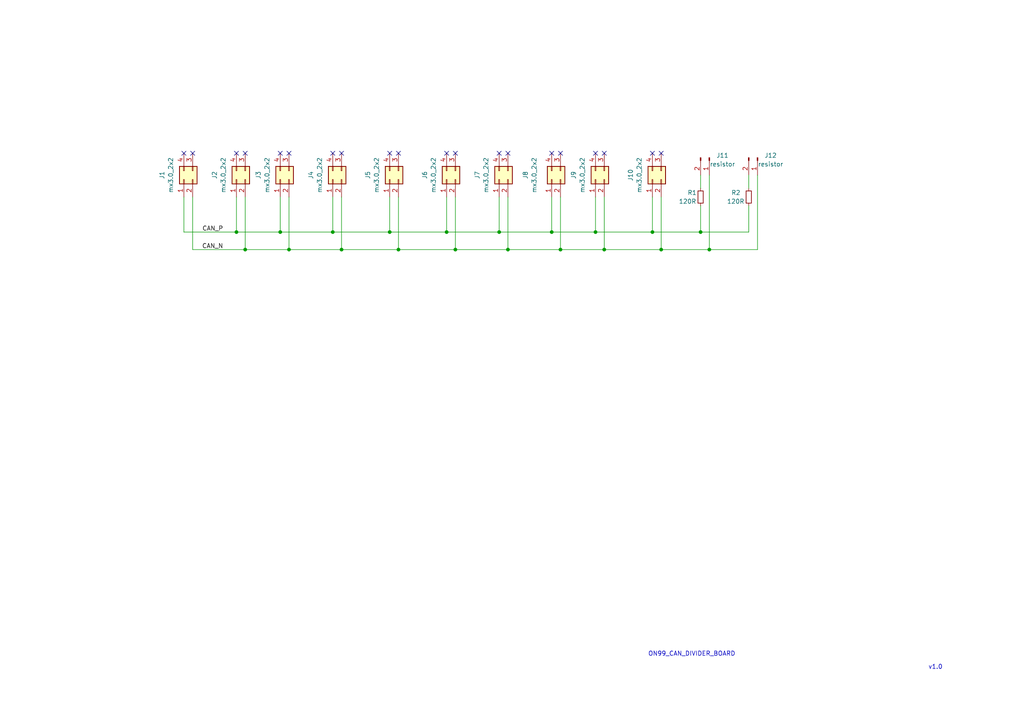
<source format=kicad_sch>
(kicad_sch (version 20211123) (generator eeschema)
  (paper "A4")
  (lib_symbols
    (symbol "Connector:Conn_01x02_Male" (pin_names (offset 1.016) hide)
      (property "Reference" "J" (at 0 2.54 0))
      (property "Value" "Conn_01x02_Male" (at 0 -5.08 0))
      (symbol "Conn_01x02_Male_1_1"
        (polyline (pts (xy 1.27 -2.54) (xy 0.8636 -2.54)) (stroke (width 0.1524)))
        (polyline (pts (xy 1.27 0) (xy 0.8636 0)) (stroke (width 0.1524)))
        (rectangle (start 0.8636 -2.413) (end 0 -2.667) (stroke (width 0.1524)) (fill (type outline)))
        (rectangle (start 0.8636 0.127) (end 0 -0.127) (stroke (width 0.1524)) (fill (type outline)))
        (pin passive line (at 5.08 0 180) (length 3.81) (name "Pin_1") (number "1"))
        (pin passive line (at 5.08 -2.54 180) (length 3.81) (name "Pin_2") (number "2"))
      )
    )
    (symbol "Connector_Generic:Conn_02x02_Counter_Clockwise" (pin_names (offset 1.016) hide)
      (property "Reference" "J" (at 1.27 2.54 0))
      (property "Value" "Conn_02x02_Counter_Clockwise" (at 1.27 -5.08 0))
      (symbol "Conn_02x02_Counter_Clockwise_1_1"
        (rectangle (start -1.27 -2.413) (end 0 -2.667) (stroke (width 0.1524)))
        (rectangle (start -1.27 0.127) (end 0 -0.127) (stroke (width 0.1524)))
        (rectangle (start -1.27 1.27) (end 3.81 -3.81) (stroke (width 0.254)) (fill (type background)))
        (rectangle (start 3.81 -2.413) (end 2.54 -2.667) (stroke (width 0.1524)))
        (rectangle (start 3.81 0.127) (end 2.54 -0.127) (stroke (width 0.1524)))
        (pin passive line (at -5.08 0 0) (length 3.81) (name "Pin_1") (number "1"))
        (pin passive line (at -5.08 -2.54 0) (length 3.81) (name "Pin_2") (number "2"))
        (pin passive line (at 7.62 -2.54 180) (length 3.81) (name "Pin_3") (number "3"))
        (pin passive line (at 7.62 0 180) (length 3.81) (name "Pin_4") (number "4"))
      )
    )
    (symbol "Device:R_Small" (pin_numbers hide) (pin_names (offset 0.254) hide)
      (property "Reference" "R" (at 0.762 0.508 0))
      (property "Value" "R_Small" (at 0.762 -1.016 0))
      (symbol "R_Small_0_1"
        (rectangle (start -0.762 1.778) (end 0.762 -1.778) (stroke (width 0.2032)))
      )
      (symbol "R_Small_1_1"
        (pin passive line (at 0 2.54 270) (length 0.762) (name "~") (number "1"))
        (pin passive line (at 0 -2.54 90) (length 0.762) (name "~") (number "2"))
      )
    )
  )
  (junction (at 83.82 72.39))
  (junction (at 129.54 67.31))
  (junction (at 191.77 72.39))
  (junction (at 144.78 67.31))
  (junction (at 113.03 67.31))
  (junction (at 172.72 67.31))
  (junction (at 81.28 67.31))
  (junction (at 189.23 67.31))
  (junction (at 132.08 72.39))
  (junction (at 99.06 72.39))
  (junction (at 68.58 67.31))
  (junction (at 115.57 72.39))
  (junction (at 147.32 72.39))
  (junction (at 203.2 67.31))
  (junction (at 71.12 72.39))
  (junction (at 96.52 67.31))
  (junction (at 205.74 72.39))
  (junction (at 160.02 67.31))
  (junction (at 175.26 72.39))
  (junction (at 162.56 72.39))
  (no_connect (at 144.78 44.45))
  (no_connect (at 132.08 44.45))
  (no_connect (at 129.54 44.45))
  (no_connect (at 115.57 44.45))
  (no_connect (at 113.03 44.45))
  (no_connect (at 99.06 44.45))
  (no_connect (at 96.52 44.45))
  (no_connect (at 83.82 44.45))
  (no_connect (at 162.56 44.45))
  (no_connect (at 160.02 44.45))
  (no_connect (at 147.32 44.45))
  (no_connect (at 191.77 44.45))
  (no_connect (at 189.23 44.45))
  (no_connect (at 175.26 44.45))
  (no_connect (at 172.72 44.45))
  (no_connect (at 81.28 44.45))
  (no_connect (at 71.12 44.45))
  (no_connect (at 68.58 44.45))
  (no_connect (at 55.88 44.45))
  (no_connect (at 53.34 44.45))
  (wire (pts (xy 162.56 72.39) (xy 175.26 72.39)))
  (wire (pts (xy 99.06 57.15) (xy 99.06 72.39)))
  (wire (pts (xy 115.57 72.39) (xy 132.08 72.39)))
  (wire (pts (xy 71.12 57.15) (xy 71.12 72.39)))
  (wire (pts (xy 191.77 57.15) (xy 191.77 72.39)))
  (wire (pts (xy 55.88 72.39) (xy 71.12 72.39)))
  (wire (pts (xy 96.52 57.15) (xy 96.52 67.31)))
  (wire (pts (xy 175.26 57.15) (xy 175.26 72.39)))
  (wire (pts (xy 160.02 57.15) (xy 160.02 67.31)))
  (wire (pts (xy 217.17 50.8) (xy 217.17 54.61)))
  (wire (pts (xy 172.72 57.15) (xy 172.72 67.31)))
  (wire (pts (xy 147.32 72.39) (xy 162.56 72.39)))
  (wire (pts (xy 203.2 59.69) (xy 203.2 67.31)))
  (wire (pts (xy 132.08 57.15) (xy 132.08 72.39)))
  (wire (pts (xy 160.02 67.31) (xy 172.72 67.31)))
  (wire (pts (xy 189.23 67.31) (xy 203.2 67.31)))
  (wire (pts (xy 55.88 57.15) (xy 55.88 72.39)))
  (wire (pts (xy 129.54 67.31) (xy 144.78 67.31)))
  (wire (pts (xy 144.78 57.15) (xy 144.78 67.31)))
  (wire (pts (xy 189.23 57.15) (xy 189.23 67.31)))
  (wire (pts (xy 219.71 50.8) (xy 219.71 72.39)))
  (wire (pts (xy 205.74 72.39) (xy 219.71 72.39)))
  (wire (pts (xy 113.03 67.31) (xy 129.54 67.31)))
  (wire (pts (xy 217.17 59.69) (xy 217.17 67.31)))
  (wire (pts (xy 203.2 50.8) (xy 203.2 54.61)))
  (wire (pts (xy 113.03 57.15) (xy 113.03 67.31)))
  (wire (pts (xy 115.57 57.15) (xy 115.57 72.39)))
  (wire (pts (xy 129.54 57.15) (xy 129.54 67.31)))
  (wire (pts (xy 81.28 67.31) (xy 96.52 67.31)))
  (wire (pts (xy 96.52 67.31) (xy 113.03 67.31)))
  (wire (pts (xy 191.77 72.39) (xy 205.74 72.39)))
  (wire (pts (xy 99.06 72.39) (xy 115.57 72.39)))
  (wire (pts (xy 71.12 72.39) (xy 83.82 72.39)))
  (wire (pts (xy 175.26 72.39) (xy 191.77 72.39)))
  (wire (pts (xy 81.28 57.15) (xy 81.28 67.31)))
  (wire (pts (xy 203.2 67.31) (xy 217.17 67.31)))
  (wire (pts (xy 53.34 57.15) (xy 53.34 67.31)))
  (wire (pts (xy 83.82 57.15) (xy 83.82 72.39)))
  (wire (pts (xy 205.74 50.8) (xy 205.74 72.39)))
  (wire (pts (xy 162.56 57.15) (xy 162.56 72.39)))
  (wire (pts (xy 147.32 57.15) (xy 147.32 72.39)))
  (wire (pts (xy 132.08 72.39) (xy 147.32 72.39)))
  (wire (pts (xy 144.78 67.31) (xy 160.02 67.31)))
  (wire (pts (xy 83.82 72.39) (xy 99.06 72.39)))
  (wire (pts (xy 68.58 67.31) (xy 81.28 67.31)))
  (wire (pts (xy 172.72 67.31) (xy 189.23 67.31)))
  (wire (pts (xy 68.58 57.15) (xy 68.58 67.31)))
  (wire (pts (xy 53.34 67.31) (xy 68.58 67.31)))
  (text "v1.0" (at 269.24 194.31 0) (effects (font (size 1.27 1.27)) (justify left bottom)))
  (text "ON99_CAN_DIVIDER_BOARD\n" (at 187.96 190.5 0) (effects (font (size 1.27 1.27)) (justify left bottom)))
  (label "CAN_N" (at 64.77 72.39 180))
  (label "CAN_P" (at 64.77 67.31 180))
  (symbol (lib_id "Connector_Generic:Conn_02x02_Counter_Clockwise") (at 96.52 52.07 90) (unit 1)
    (property "Reference" "J4" (at 90.17 50.8 0))
    (property "Value" "mx3.0_2x2" (at 92.71 50.8 0))
    (property "Footprint" "Connector_Molex:Molex_Micro-Fit_3.0_43045-0412_2x02_P3.00mm_Vertical" (effects hide))
  )
  (symbol (lib_id "Connector_Generic:Conn_02x02_Counter_Clockwise") (at 68.58 52.07 90) (unit 1)
    (property "Reference" "J2" (at 62.23 50.8 0))
    (property "Value" "mx3.0_2x2" (at 64.77 50.8 0))
    (property "Footprint" "Connector_Molex:Molex_Micro-Fit_3.0_43045-0412_2x02_P3.00mm_Vertical" (effects hide))
  )
  (symbol (lib_id "Connector:Conn_01x02_Male") (at 205.74 45.72 270) (unit 1)
    (property "Reference" "J11" (at 209.55 45.085 90))
    (property "Value" "resistor" (at 209.55 47.625 90))
    (property "Footprint" "Connector_PinHeader_2.54mm:PinHeader_1x02_P2.54mm_Vertical" (effects hide))
  )
  (symbol (lib_id "Connector_Generic:Conn_02x02_Counter_Clockwise") (at 81.28 52.07 90) (unit 1)
    (property "Reference" "J3" (at 74.93 50.8 0))
    (property "Value" "mx3.0_2x2" (at 77.47 50.8 0))
    (property "Footprint" "Connector_Molex:Molex_Micro-Fit_3.0_43045-0412_2x02_P3.00mm_Vertical" (effects hide))
  )
  (symbol (lib_id "Device:R_Small") (at 203.2 57.15 0) (unit 1)
    (property "Reference" "R1" (at 199.39 55.88 0) (effects (justify left)))
    (property "Value" "120R" (at 196.85 58.42 0) (effects (justify left)))
    (property "Footprint" "Resistor_SMD:R_0805_2012Metric_Pad1.20x1.40mm_HandSolder" (effects hide))
  )
  (symbol (lib_id "Connector_Generic:Conn_02x02_Counter_Clockwise") (at 189.23 52.07 90) (unit 1)
    (property "Reference" "J10" (at 182.88 50.8 0))
    (property "Value" "mx3.0_2x2" (at 185.42 50.8 0))
    (property "Footprint" "Connector_Molex:Molex_Micro-Fit_3.0_43045-0412_2x02_P3.00mm_Vertical" (effects hide))
  )
  (symbol (lib_id "Device:R_Small") (at 217.17 57.15 0) (unit 1)
    (property "Reference" "R2" (at 212.09 55.88 0) (effects (justify left)))
    (property "Value" "120R" (at 210.82 58.42 0) (effects (justify left)))
    (property "Footprint" "Resistor_SMD:R_0805_2012Metric_Pad1.20x1.40mm_HandSolder" (effects hide))
  )
  (symbol (lib_id "Connector_Generic:Conn_02x02_Counter_Clockwise") (at 113.03 52.07 90) (unit 1)
    (property "Reference" "J5" (at 106.68 50.8 0))
    (property "Value" "mx3.0_2x2" (at 109.22 50.8 0))
    (property "Footprint" "Connector_Molex:Molex_Micro-Fit_3.0_43045-0412_2x02_P3.00mm_Vertical" (effects hide))
  )
  (symbol (lib_id "Connector_Generic:Conn_02x02_Counter_Clockwise") (at 144.78 52.07 90) (unit 1)
    (property "Reference" "J7" (at 138.43 50.8 0))
    (property "Value" "mx3.0_2x2" (at 140.97 50.8 0))
    (property "Footprint" "Connector_Molex:Molex_Micro-Fit_3.0_43045-0412_2x02_P3.00mm_Vertical" (effects hide))
  )
  (symbol (lib_id "Connector_Generic:Conn_02x02_Counter_Clockwise") (at 129.54 52.07 90) (unit 1)
    (property "Reference" "J6" (at 123.19 50.8 0))
    (property "Value" "mx3.0_2x2" (at 125.73 50.8 0))
    (property "Footprint" "Connector_Molex:Molex_Micro-Fit_3.0_43045-0412_2x02_P3.00mm_Vertical" (effects hide))
  )
  (symbol (lib_id "Connector_Generic:Conn_02x02_Counter_Clockwise") (at 160.02 52.07 90) (unit 1)
    (property "Reference" "J8" (at 152.4 50.8 0))
    (property "Value" "mx3.0_2x2" (at 154.94 50.8 0))
    (property "Footprint" "Connector_Molex:Molex_Micro-Fit_3.0_43045-0412_2x02_P3.00mm_Vertical" (effects hide))
  )
  (symbol (lib_id "Connector:Conn_01x02_Male") (at 219.71 45.72 270) (unit 1)
    (property "Reference" "J12" (at 223.52 45.085 90))
    (property "Value" "resistor" (at 223.52 47.625 90))
    (property "Footprint" "Connector_PinHeader_2.54mm:PinHeader_1x02_P2.54mm_Vertical" (effects hide))
  )
  (symbol (lib_id "Connector_Generic:Conn_02x02_Counter_Clockwise") (at 53.34 52.07 90) (unit 1)
    (property "Reference" "J1" (at 46.99 50.8 0))
    (property "Value" "mx3.0_2x2" (at 49.53 50.8 0))
    (property "Footprint" "Connector_Molex:Molex_Micro-Fit_3.0_43045-0412_2x02_P3.00mm_Vertical" (effects hide))
  )
  (symbol (lib_id "Connector_Generic:Conn_02x02_Counter_Clockwise") (at 172.72 52.07 90) (unit 1)
    (property "Reference" "J9" (at 166.37 50.8 0))
    (property "Value" "mx3.0_2x2" (at 168.91 50.8 0))
    (property "Footprint" "Connector_Molex:Molex_Micro-Fit_3.0_43045-0412_2x02_P3.00mm_Vertical" (effects hide))
  )
)
</source>
